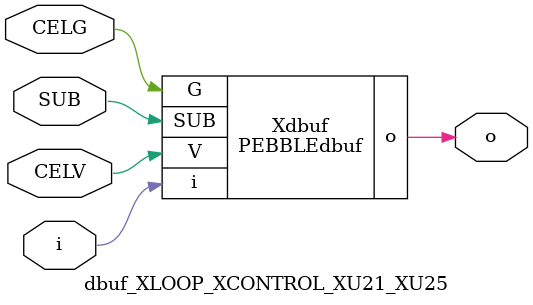
<source format=v>



module PEBBLEdbuf ( o, G, SUB, V, i );

  input V;
  input i;
  input G;
  output o;
  input SUB;
endmodule

//Celera Confidential Do Not Copy dbuf_XLOOP_XCONTROL_XU21_XU25
//Celera Confidential Symbol Generator
//Digital Buffer
module dbuf_XLOOP_XCONTROL_XU21_XU25 (CELV,CELG,i,o,SUB);
input CELV;
input CELG;
input i;
input SUB;
output o;

//Celera Confidential Do Not Copy dbuf
PEBBLEdbuf Xdbuf(
.V (CELV),
.i (i),
.o (o),
.SUB (SUB),
.G (CELG)
);
//,diesize,PEBBLEdbuf

//Celera Confidential Do Not Copy Module End
//Celera Schematic Generator
endmodule

</source>
